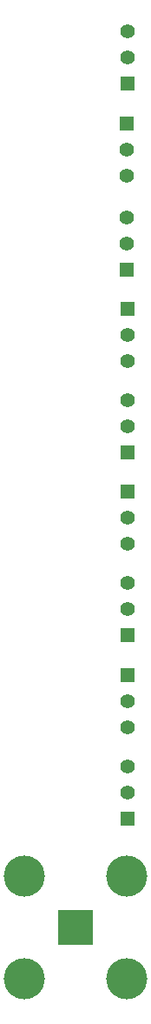
<source format=gbr>
%TF.GenerationSoftware,KiCad,Pcbnew,(6.0.8-1)-1*%
%TF.CreationDate,2023-09-21T15:44:45-04:00*%
%TF.ProjectId,Untitled,556e7469-746c-4656-942e-6b696361645f,rev?*%
%TF.SameCoordinates,Original*%
%TF.FileFunction,Soldermask,Bot*%
%TF.FilePolarity,Negative*%
%FSLAX46Y46*%
G04 Gerber Fmt 4.6, Leading zero omitted, Abs format (unit mm)*
G04 Created by KiCad (PCBNEW (6.0.8-1)-1) date 2023-09-21 15:44:45*
%MOMM*%
%LPD*%
G01*
G04 APERTURE LIST*
%ADD10R,1.397000X1.397000*%
%ADD11C,1.397000*%
%ADD12R,3.500000X3.500000*%
%ADD13C,4.000000*%
G04 APERTURE END LIST*
D10*
%TO.C,REF\u002A\u002A*%
X59200000Y-59200000D03*
D11*
X59200000Y-56660000D03*
X59200000Y-54120000D03*
%TD*%
D12*
%TO.C,LEDs*%
X54200000Y-123200000D03*
D13*
X49175000Y-118175000D03*
X49175000Y-128225000D03*
X59225000Y-128225000D03*
X59225000Y-118175000D03*
%TD*%
D10*
%TO.C,REF\u002A\u002A*%
X59250100Y-41100000D03*
D11*
X59250100Y-38560000D03*
X59250100Y-36020000D03*
%TD*%
D10*
%TO.C,REF\u002A\u002A*%
X59250100Y-76987500D03*
D11*
X59250100Y-74447500D03*
X59250100Y-71907500D03*
%TD*%
D10*
%TO.C,REF\u002A\u002A*%
X59250100Y-94787500D03*
D11*
X59250100Y-92247500D03*
X59250100Y-89707500D03*
%TD*%
D10*
%TO.C,REF\u002A\u002A*%
X59250100Y-112587500D03*
D11*
X59250100Y-110047500D03*
X59250100Y-107507500D03*
%TD*%
D10*
%TO.C,REF\u002A\u002A*%
X59250100Y-80812500D03*
D11*
X59250100Y-83352500D03*
X59250100Y-85892500D03*
%TD*%
D10*
%TO.C,REF\u002A\u002A*%
X59200000Y-45000000D03*
D11*
X59200000Y-47540000D03*
X59200000Y-50080000D03*
%TD*%
D10*
%TO.C,REF\u002A\u002A*%
X59250100Y-98612500D03*
D11*
X59250100Y-101152500D03*
X59250100Y-103692500D03*
%TD*%
D10*
%TO.C,REF\u002A\u002A*%
X59250100Y-63012500D03*
D11*
X59250100Y-65552500D03*
X59250100Y-68092500D03*
%TD*%
M02*

</source>
